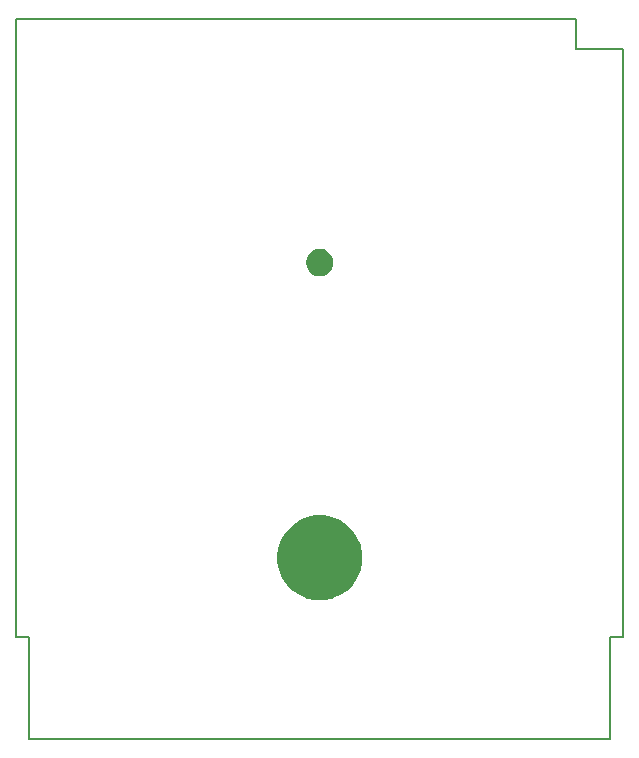
<source format=gbr>
G04 #@! TF.GenerationSoftware,KiCad,Pcbnew,5.0.2-bee76a0~70~ubuntu18.10.1*
G04 #@! TF.CreationDate,2019-01-06T00:09:16+02:00*
G04 #@! TF.ProjectId,GB-BRK-CART,47422d42-524b-42d4-9341-52542e6b6963,v4.0*
G04 #@! TF.SameCoordinates,Original*
G04 #@! TF.FileFunction,Soldermask,Bot*
G04 #@! TF.FilePolarity,Negative*
%FSLAX46Y46*%
G04 Gerber Fmt 4.6, Leading zero omitted, Abs format (unit mm)*
G04 Created by KiCad (PCBNEW 5.0.2-bee76a0~70~ubuntu18.10.1) date su  6. tammikuuta 2019 00.09.16*
%MOMM*%
%LPD*%
G01*
G04 APERTURE LIST*
%ADD10C,0.150000*%
%ADD11C,0.100000*%
G04 APERTURE END LIST*
D10*
X121700000Y-39000000D02*
X121700000Y-41600000D01*
X74300000Y-39000000D02*
X121700000Y-39000000D01*
X125700000Y-41600000D02*
X121700000Y-41600000D01*
X74300000Y-91400000D02*
X74300000Y-39000000D01*
X75400000Y-91400000D02*
X74300000Y-91400000D01*
X75400000Y-100000000D02*
X75400000Y-91400000D01*
X125700000Y-91400000D02*
X125700000Y-41600000D01*
X124600000Y-91400000D02*
X125700000Y-91400000D01*
X124600000Y-100000000D02*
X124600000Y-91400000D01*
X75400000Y-100000000D02*
X124600000Y-100000000D01*
D11*
G36*
X101050081Y-81188346D02*
X101050083Y-81188347D01*
X101050084Y-81188347D01*
X101292095Y-81288591D01*
X101705240Y-81459721D01*
X102294866Y-81853697D01*
X102796303Y-82355134D01*
X103190279Y-82944760D01*
X103461654Y-83599919D01*
X103600000Y-84295431D01*
X103600000Y-85004569D01*
X103461654Y-85700081D01*
X103190279Y-86355240D01*
X102796303Y-86944866D01*
X102294866Y-87446303D01*
X101705240Y-87840279D01*
X101292095Y-88011409D01*
X101050084Y-88111653D01*
X101050083Y-88111653D01*
X101050081Y-88111654D01*
X100354569Y-88250000D01*
X99645431Y-88250000D01*
X98949919Y-88111654D01*
X98949917Y-88111653D01*
X98949916Y-88111653D01*
X98707905Y-88011409D01*
X98294760Y-87840279D01*
X97705134Y-87446303D01*
X97203697Y-86944866D01*
X96809721Y-86355240D01*
X96538346Y-85700081D01*
X96400000Y-85004569D01*
X96400000Y-84295431D01*
X96538346Y-83599919D01*
X96809721Y-82944760D01*
X97203697Y-82355134D01*
X97705134Y-81853697D01*
X98294760Y-81459721D01*
X98707905Y-81288591D01*
X98949916Y-81188347D01*
X98949917Y-81188347D01*
X98949919Y-81188346D01*
X99645431Y-81050000D01*
X100354569Y-81050000D01*
X101050081Y-81188346D01*
X101050081Y-81188346D01*
G37*
G36*
X100335443Y-58544194D02*
X100544729Y-58630884D01*
X100733082Y-58756737D01*
X100893263Y-58916918D01*
X101019116Y-59105271D01*
X101105806Y-59314557D01*
X101150000Y-59536735D01*
X101150000Y-59763265D01*
X101105806Y-59985443D01*
X101019116Y-60194729D01*
X100893263Y-60383082D01*
X100733082Y-60543263D01*
X100544729Y-60669116D01*
X100335443Y-60755806D01*
X100113265Y-60800000D01*
X99886735Y-60800000D01*
X99664557Y-60755806D01*
X99455271Y-60669116D01*
X99266918Y-60543263D01*
X99106737Y-60383082D01*
X98980884Y-60194729D01*
X98894194Y-59985443D01*
X98850000Y-59763265D01*
X98850000Y-59536735D01*
X98894194Y-59314557D01*
X98980884Y-59105271D01*
X99106737Y-58916918D01*
X99266918Y-58756737D01*
X99455271Y-58630884D01*
X99664557Y-58544194D01*
X99886735Y-58500000D01*
X100113265Y-58500000D01*
X100335443Y-58544194D01*
X100335443Y-58544194D01*
G37*
M02*

</source>
